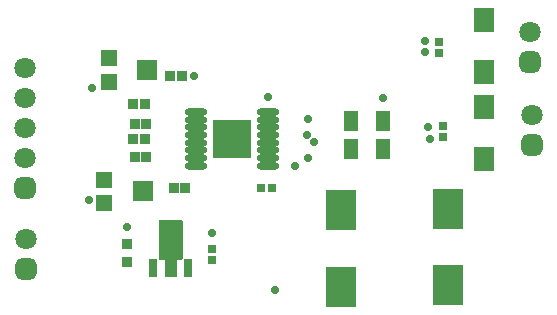
<source format=gbr>
G04*
G04 #@! TF.GenerationSoftware,Altium Limited,Altium Designer,23.3.1 (30)*
G04*
G04 Layer_Color=8388736*
%FSLAX44Y44*%
%MOMM*%
G71*
G04*
G04 #@! TF.SameCoordinates,C21C2CC1-9CAE-44D3-A5A2-357AACA34620*
G04*
G04*
G04 #@! TF.FilePolarity,Negative*
G04*
G01*
G75*
%ADD19R,2.5000X3.5000*%
%ADD20R,0.9121X0.9587*%
%ADD21R,0.6725X0.7393*%
%ADD22R,0.7154X0.6725*%
%ADD26R,1.1557X1.7082*%
%ADD27R,1.8000X2.1000*%
%ADD28R,1.4032X1.4032*%
%ADD29R,1.7032X1.8032*%
%ADD30R,0.7532X1.5032*%
%ADD31R,1.0032X1.6782*%
%ADD32O,1.9032X0.6532*%
%ADD33R,3.2032X3.2032*%
%ADD34R,0.9032X0.8532*%
G04:AMPARAMS|DCode=35|XSize=1.8032mm|YSize=1.8032mm|CornerRadius=0.5016mm|HoleSize=0mm|Usage=FLASHONLY|Rotation=90.000|XOffset=0mm|YOffset=0mm|HoleType=Round|Shape=RoundedRectangle|*
%AMROUNDEDRECTD35*
21,1,1.8032,0.8000,0,0,90.0*
21,1,0.8000,1.8032,0,0,90.0*
1,1,1.0032,0.4000,0.4000*
1,1,1.0032,0.4000,-0.4000*
1,1,1.0032,-0.4000,-0.4000*
1,1,1.0032,-0.4000,0.4000*
%
%ADD35ROUNDEDRECTD35*%
%ADD36C,1.8032*%
%ADD37C,0.7032*%
G36*
X1049753Y681860D02*
X1049883Y681833D01*
X1050010Y681791D01*
X1050129Y681732D01*
X1050240Y681658D01*
X1050340Y681570D01*
X1050428Y681470D01*
X1050502Y681359D01*
X1050561Y681240D01*
X1050603Y681114D01*
X1050630Y680983D01*
X1050638Y680850D01*
Y649350D01*
X1050630Y649217D01*
X1050603Y649087D01*
X1050561Y648960D01*
X1050502Y648841D01*
X1050428Y648730D01*
X1050340Y648630D01*
X1050240Y648542D01*
X1050129Y648468D01*
X1050010Y648409D01*
X1049883Y648366D01*
X1049753Y648341D01*
X1049620Y648332D01*
X1031120D01*
X1030987Y648341D01*
X1030856Y648366D01*
X1030730Y648409D01*
X1030611Y648468D01*
X1030500Y648542D01*
X1030400Y648630D01*
X1030312Y648730D01*
X1030238Y648841D01*
X1030179Y648960D01*
X1030136Y649087D01*
X1030110Y649217D01*
X1030102Y649350D01*
Y680850D01*
X1030110Y680983D01*
X1030136Y681114D01*
X1030179Y681240D01*
X1030238Y681359D01*
X1030312Y681470D01*
X1030400Y681570D01*
X1030500Y681658D01*
X1030611Y681732D01*
X1030730Y681791D01*
X1030856Y681833D01*
X1030987Y681860D01*
X1031120Y681868D01*
X1049620D01*
X1049753Y681860D01*
D02*
G37*
D19*
X1275080Y626630D02*
D03*
Y691630D02*
D03*
X1184910Y625360D02*
D03*
Y690360D02*
D03*
D20*
X1003300Y661317D02*
D03*
Y646783D02*
D03*
D21*
X1075690Y657031D02*
D03*
Y647700D02*
D03*
X1267460Y832706D02*
D03*
Y823374D02*
D03*
X1271270Y761586D02*
D03*
Y752254D02*
D03*
D22*
X1126490Y708660D02*
D03*
X1116919D02*
D03*
D26*
X1220262Y741680D02*
D03*
X1192738D02*
D03*
X1220262Y765810D02*
D03*
X1192738D02*
D03*
D27*
X1305560Y851310D02*
D03*
Y807310D02*
D03*
Y777650D02*
D03*
Y733650D02*
D03*
D28*
X984030Y716120D02*
D03*
Y696120D02*
D03*
X987840Y818990D02*
D03*
Y798990D02*
D03*
D29*
X1016530Y706120D02*
D03*
X1020340Y808990D02*
D03*
D30*
X1025370Y641350D02*
D03*
X1055370D02*
D03*
D31*
X1040370Y642225D02*
D03*
D32*
X1061700Y773320D02*
D03*
Y766820D02*
D03*
Y760320D02*
D03*
Y753820D02*
D03*
Y747320D02*
D03*
Y740820D02*
D03*
Y734320D02*
D03*
Y727820D02*
D03*
X1122700Y773320D02*
D03*
Y766820D02*
D03*
Y760320D02*
D03*
Y753820D02*
D03*
Y747320D02*
D03*
Y740820D02*
D03*
Y734320D02*
D03*
Y727820D02*
D03*
D33*
X1092200Y750570D02*
D03*
D34*
X1009980Y735330D02*
D03*
X1019480D02*
D03*
X1008710Y750570D02*
D03*
X1018210D02*
D03*
X1040130Y803910D02*
D03*
X1049630D02*
D03*
X1043000Y708660D02*
D03*
X1052500D02*
D03*
X1008710Y779780D02*
D03*
X1018210D02*
D03*
X1009980Y763270D02*
D03*
X1019480D02*
D03*
D35*
X918210Y640080D02*
D03*
X1344930Y815340D02*
D03*
X916940Y708660D02*
D03*
X1346200Y745490D02*
D03*
D36*
X918210Y665480D02*
D03*
X1344930Y840740D02*
D03*
X916940Y810260D02*
D03*
Y784860D02*
D03*
Y734060D02*
D03*
Y759460D02*
D03*
X1346200Y770890D02*
D03*
D37*
X1129030Y622300D02*
D03*
X974090Y793750D02*
D03*
X971550Y698500D02*
D03*
X1145540Y727710D02*
D03*
X1155420Y754010D02*
D03*
X1156970Y734060D02*
D03*
X1162050Y748030D02*
D03*
X1122680Y786130D02*
D03*
X1075690Y670560D02*
D03*
X1060450Y803910D02*
D03*
X1220470Y784860D02*
D03*
X1003300Y675640D02*
D03*
X1258570Y760730D02*
D03*
X1259840Y750570D02*
D03*
X1256030Y824230D02*
D03*
Y833120D02*
D03*
X1156970Y767080D02*
D03*
X1081200Y761570D02*
D03*
X1092200D02*
D03*
X1103200D02*
D03*
X1081200Y750570D02*
D03*
X1092200D02*
D03*
X1103200D02*
D03*
X1081200Y739570D02*
D03*
X1092200D02*
D03*
X1103200D02*
D03*
M02*

</source>
